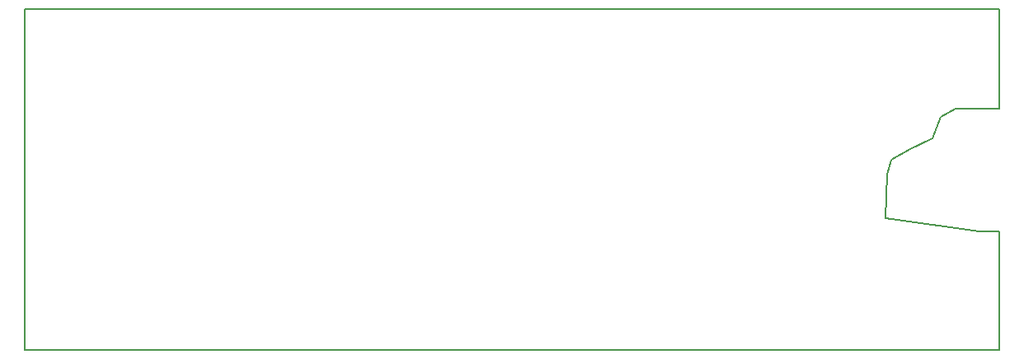
<source format=gbr>
G04 #@! TF.GenerationSoftware,KiCad,Pcbnew,(5.0.2)-1*
G04 #@! TF.CreationDate,2020-01-29T02:21:28+01:00*
G04 #@! TF.ProjectId,fan_controller,66616e5f-636f-46e7-9472-6f6c6c65722e,rev?*
G04 #@! TF.SameCoordinates,Original*
G04 #@! TF.FileFunction,Profile,NP*
%FSLAX46Y46*%
G04 Gerber Fmt 4.6, Leading zero omitted, Abs format (unit mm)*
G04 Created by KiCad (PCBNEW (5.0.2)-1) date 29.01.2020 02:21:28*
%MOMM*%
%LPD*%
G01*
G04 APERTURE LIST*
%ADD10C,0.150000*%
G04 APERTURE END LIST*
D10*
X133197600Y-55448200D02*
X133197600Y-67602100D01*
X131165600Y-55410100D02*
X133197600Y-55448200D01*
X121539000Y-54102000D02*
X131165600Y-55410100D01*
X121754900Y-49618900D02*
X121539000Y-54102000D01*
X122135900Y-48056800D02*
X121754900Y-49618900D01*
X124091700Y-47002700D02*
X122135900Y-48056800D01*
X126365000Y-45885100D02*
X124091700Y-47002700D01*
X127228600Y-43675300D02*
X126365000Y-45885100D01*
X128727200Y-42837100D02*
X127228600Y-43675300D01*
X133197600Y-42837100D02*
X128727200Y-42837100D01*
X133210300Y-32600900D02*
X133197600Y-42837100D01*
X33200000Y-32600000D02*
X133200000Y-32600000D01*
X33200000Y-67600000D02*
X33200000Y-32600000D01*
X133200000Y-67600000D02*
X33200000Y-67600000D01*
M02*

</source>
